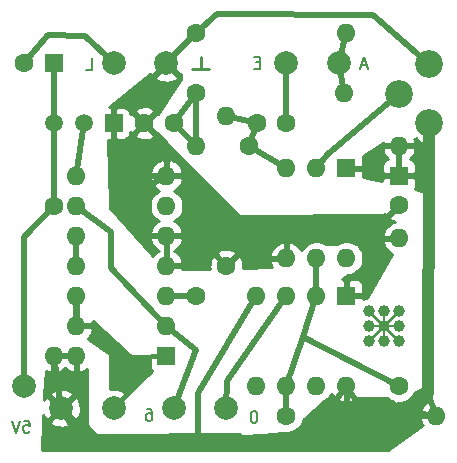
<source format=gbr>
%TF.GenerationSoftware,KiCad,Pcbnew,5.1.10*%
%TF.CreationDate,2021-12-06T21:23:56+01:00*%
%TF.ProjectId,Magnetbandanschluss,4d61676e-6574-4626-916e-64616e736368,rev?*%
%TF.SameCoordinates,Original*%
%TF.FileFunction,Copper,L2,Bot*%
%TF.FilePolarity,Positive*%
%FSLAX46Y46*%
G04 Gerber Fmt 4.6, Leading zero omitted, Abs format (unit mm)*
G04 Created by KiCad (PCBNEW 5.1.10) date 2021-12-06 21:23:56*
%MOMM*%
%LPD*%
G01*
G04 APERTURE LIST*
%TA.AperFunction,NonConductor*%
%ADD10C,0.150000*%
%TD*%
%TA.AperFunction,NonConductor*%
%ADD11C,0.250000*%
%TD*%
%TA.AperFunction,ComponentPad*%
%ADD12C,2.000000*%
%TD*%
%TA.AperFunction,SMDPad,CuDef*%
%ADD13C,0.100000*%
%TD*%
%TA.AperFunction,SMDPad,CuDef*%
%ADD14R,2.540000X0.250000*%
%TD*%
%TA.AperFunction,SMDPad,CuDef*%
%ADD15R,0.250000X2.540000*%
%TD*%
%TA.AperFunction,SMDPad,CuDef*%
%ADD16C,1.000000*%
%TD*%
%TA.AperFunction,ComponentPad*%
%ADD17O,1.600000X1.600000*%
%TD*%
%TA.AperFunction,ComponentPad*%
%ADD18C,1.600000*%
%TD*%
%TA.AperFunction,ComponentPad*%
%ADD19C,2.340000*%
%TD*%
%TA.AperFunction,ComponentPad*%
%ADD20R,1.500000X1.500000*%
%TD*%
%TA.AperFunction,ComponentPad*%
%ADD21C,1.500000*%
%TD*%
%TA.AperFunction,ComponentPad*%
%ADD22R,1.600000X1.600000*%
%TD*%
%TA.AperFunction,Conductor*%
%ADD23C,0.500000*%
%TD*%
%TA.AperFunction,Conductor*%
%ADD24C,1.000000*%
%TD*%
%TA.AperFunction,Conductor*%
%ADD25C,0.254000*%
%TD*%
%TA.AperFunction,Conductor*%
%ADD26C,0.100000*%
%TD*%
G04 APERTURE END LIST*
D10*
X98390476Y-155352380D02*
X98866666Y-155352380D01*
X98914285Y-155828571D01*
X98866666Y-155780952D01*
X98771428Y-155733333D01*
X98533333Y-155733333D01*
X98438095Y-155780952D01*
X98390476Y-155828571D01*
X98342857Y-155923809D01*
X98342857Y-156161904D01*
X98390476Y-156257142D01*
X98438095Y-156304761D01*
X98533333Y-156352380D01*
X98771428Y-156352380D01*
X98866666Y-156304761D01*
X98914285Y-156257142D01*
X98057142Y-155352380D02*
X97723809Y-156352380D01*
X97390476Y-155352380D01*
X108809523Y-154352380D02*
X109000000Y-154352380D01*
X109095238Y-154400000D01*
X109142857Y-154447619D01*
X109238095Y-154590476D01*
X109285714Y-154780952D01*
X109285714Y-155161904D01*
X109238095Y-155257142D01*
X109190476Y-155304761D01*
X109095238Y-155352380D01*
X108904761Y-155352380D01*
X108809523Y-155304761D01*
X108761904Y-155257142D01*
X108714285Y-155161904D01*
X108714285Y-154923809D01*
X108761904Y-154828571D01*
X108809523Y-154780952D01*
X108904761Y-154733333D01*
X109095238Y-154733333D01*
X109190476Y-154780952D01*
X109238095Y-154828571D01*
X109285714Y-154923809D01*
X117947619Y-154552380D02*
X117852380Y-154552380D01*
X117757142Y-154600000D01*
X117709523Y-154647619D01*
X117661904Y-154742857D01*
X117614285Y-154933333D01*
X117614285Y-155171428D01*
X117661904Y-155361904D01*
X117709523Y-155457142D01*
X117757142Y-155504761D01*
X117852380Y-155552380D01*
X117947619Y-155552380D01*
X118042857Y-155504761D01*
X118090476Y-155457142D01*
X118138095Y-155361904D01*
X118185714Y-155171428D01*
X118185714Y-154933333D01*
X118138095Y-154742857D01*
X118090476Y-154647619D01*
X118042857Y-154600000D01*
X117947619Y-154552380D01*
X103690476Y-125652380D02*
X104166666Y-125652380D01*
X104166666Y-124652380D01*
D11*
X112685714Y-125547619D02*
X114114285Y-125547619D01*
X113400000Y-124547619D02*
X113400000Y-125547619D01*
D10*
X118414285Y-125023571D02*
X118080952Y-125023571D01*
X117938095Y-125547380D02*
X118414285Y-125547380D01*
X118414285Y-124547380D01*
X117938095Y-124547380D01*
X127438095Y-125261666D02*
X126961904Y-125261666D01*
X127533333Y-125547380D02*
X127200000Y-124547380D01*
X126866666Y-125547380D01*
D12*
%TO.P,TP4,1*%
%TO.N,Net-(C18-Pad1)*%
X98425000Y-152400000D03*
%TD*%
%TA.AperFunction,SMDPad,CuDef*%
D13*
%TO.P,REF\u002A\u002A,2*%
%TO.N,N/C*%
G36*
X127720596Y-145958819D02*
G01*
X130266181Y-148504404D01*
X130089404Y-148681181D01*
X127543819Y-146135596D01*
X127720596Y-145958819D01*
G37*
%TD.AperFunction*%
%TA.AperFunction,SMDPad,CuDef*%
G36*
X127543819Y-148504404D02*
G01*
X130089404Y-145958819D01*
X130266181Y-146135596D01*
X127720596Y-148681181D01*
X127543819Y-148504404D01*
G37*
%TD.AperFunction*%
D14*
X128905000Y-147320000D03*
D15*
X128905000Y-147320000D03*
D16*
%TO.P,REF\u002A\u002A,1*%
X127635000Y-147320000D03*
X127635000Y-146050000D03*
X128905000Y-146050000D03*
X130175000Y-146050000D03*
X130175000Y-147320000D03*
X130175000Y-148590000D03*
X128905000Y-148590000D03*
X127635000Y-148590000D03*
X128905000Y-147320000D03*
%TD*%
D12*
%TO.P,TP3,1*%
%TO.N,Net-(C18-Pad2)*%
X106045000Y-125095000D03*
%TD*%
%TO.P,TP2,1*%
%TO.N,/A*%
X125095000Y-125095000D03*
%TD*%
%TO.P,TP1,1*%
%TO.N,/E*%
X120650000Y-125095000D03*
%TD*%
%TO.P,X12,1*%
%TO.N,/P30*%
X115570000Y-154305000D03*
%TD*%
%TO.P,X4,1*%
%TO.N,GND*%
X110490000Y-125095000D03*
%TD*%
%TO.P,X3,1*%
%TO.N,/P36*%
X111125000Y-154305000D03*
%TD*%
%TO.P,X2,1*%
%TO.N,/P37*%
X106045000Y-154305000D03*
%TD*%
%TO.P,X1,1*%
%TO.N,+5P*%
X101600000Y-154305000D03*
%TD*%
D17*
%TO.P,R18,2*%
%TO.N,Net-(C16-Pad2)*%
X115570000Y-129540000D03*
D18*
%TO.P,R18,1*%
%TO.N,GND*%
X115570000Y-142240000D03*
%TD*%
D17*
%TO.P,R17,2*%
%TO.N,+5P*%
X130175000Y-132080000D03*
D18*
%TO.P,R17,1*%
%TO.N,Net-(C16-Pad2)*%
X117475000Y-132080000D03*
%TD*%
D19*
%TO.P,R16,1*%
%TO.N,+5P*%
X132715000Y-130175000D03*
%TO.P,R16,2*%
%TO.N,Net-(R16-Pad2)*%
X130215000Y-127675000D03*
%TO.P,R16,3*%
%TO.N,GND*%
X132715000Y-125175000D03*
%TD*%
D18*
%TO.P,C16,2*%
%TO.N,Net-(C16-Pad2)*%
X118150000Y-130175000D03*
%TO.P,C16,1*%
%TO.N,/E*%
X120650000Y-130175000D03*
%TD*%
D17*
%TO.P,R19,2*%
%TO.N,/A*%
X125730000Y-122555000D03*
D18*
%TO.P,R19,1*%
%TO.N,GND*%
X113030000Y-122555000D03*
%TD*%
D17*
%TO.P,C14,2*%
%TO.N,/A*%
X125530000Y-127635000D03*
D18*
%TO.P,C14,1*%
%TO.N,Net-(C13-Pad1)*%
X113030000Y-127635000D03*
%TD*%
%TO.P,C13,2*%
%TO.N,GND*%
X108625000Y-130175000D03*
%TO.P,C13,1*%
%TO.N,Net-(C13-Pad1)*%
X111125000Y-130175000D03*
%TD*%
D17*
%TO.P,R13,2*%
%TO.N,+5P*%
X100965000Y-149860000D03*
D18*
%TO.P,R13,1*%
%TO.N,Net-(C18-Pad1)*%
X100965000Y-137160000D03*
%TD*%
D20*
%TO.P,T1,1*%
%TO.N,GND*%
X106045000Y-130175000D03*
D21*
%TO.P,T1,3*%
%TO.N,Net-(C18-Pad1)*%
X100965000Y-130175000D03*
%TO.P,T1,2*%
%TO.N,Net-(T1-Pad2)*%
X103505000Y-130175000D03*
%TD*%
D18*
%TO.P,C17,2*%
%TO.N,GND*%
X130175000Y-137120000D03*
D22*
%TO.P,C17,1*%
%TO.N,+5P*%
X130175000Y-134620000D03*
%TD*%
D17*
%TO.P,C15,2*%
%TO.N,GND*%
X130175000Y-139900000D03*
D18*
%TO.P,C15,1*%
%TO.N,Net-(C15-Pad1)*%
X130175000Y-152400000D03*
%TD*%
D17*
%TO.P,R14,2*%
%TO.N,Net-(C13-Pad1)*%
X113030000Y-132080000D03*
D18*
%TO.P,R14,1*%
%TO.N,Net-(R14-Pad1)*%
X113030000Y-144780000D03*
%TD*%
D17*
%TO.P,R15,2*%
%TO.N,+5P*%
X133350000Y-154940000D03*
D18*
%TO.P,R15,1*%
%TO.N,Net-(C15-Pad1)*%
X120650000Y-154940000D03*
%TD*%
D17*
%TO.P,U18,6*%
%TO.N,Net-(U18-Pad6)*%
X125730000Y-141605000D03*
%TO.P,U18,3*%
%TO.N,Net-(C16-Pad2)*%
X120650000Y-133985000D03*
%TO.P,U18,5*%
%TO.N,Net-(C15-Pad1)*%
X123190000Y-141605000D03*
%TO.P,U18,2*%
%TO.N,Net-(R16-Pad2)*%
X123190000Y-133985000D03*
%TO.P,U18,4*%
%TO.N,GND*%
X120650000Y-141605000D03*
D22*
%TO.P,U18,1*%
%TO.N,+5P*%
X125730000Y-133985000D03*
%TD*%
D17*
%TO.P,U17,8*%
%TO.N,+5P*%
X125730000Y-152400000D03*
%TO.P,U17,4*%
X118110000Y-144780000D03*
%TO.P,U17,7*%
%TO.N,Net-(U17-Pad7)*%
X123190000Y-152400000D03*
%TO.P,U17,3*%
%TO.N,/P30*%
X120650000Y-144780000D03*
%TO.P,U17,6*%
%TO.N,Net-(C15-Pad1)*%
X120650000Y-152400000D03*
%TO.P,U17,2*%
X123190000Y-144780000D03*
%TO.P,U17,5*%
%TO.N,Net-(U17-Pad5)*%
X118110000Y-152400000D03*
D22*
%TO.P,U17,1*%
%TO.N,GND*%
X125730000Y-144780000D03*
%TD*%
D17*
%TO.P,U16,14*%
%TO.N,+5P*%
X102870000Y-149860000D03*
%TO.P,U16,7*%
%TO.N,GND*%
X110490000Y-134620000D03*
%TO.P,U16,13*%
%TO.N,/P37*%
X102870000Y-147320000D03*
%TO.P,U16,6*%
%TO.N,Net-(U16-Pad6)*%
X110490000Y-137160000D03*
%TO.P,U16,12*%
%TO.N,/P37*%
X102870000Y-144780000D03*
%TO.P,U16,5*%
%TO.N,GND*%
X110490000Y-139700000D03*
%TO.P,U16,11*%
%TO.N,Net-(U16-Pad10)*%
X102870000Y-142240000D03*
%TO.P,U16,4*%
%TO.N,GND*%
X110490000Y-142240000D03*
%TO.P,U16,10*%
%TO.N,Net-(U16-Pad10)*%
X102870000Y-139700000D03*
%TO.P,U16,3*%
%TO.N,Net-(R14-Pad1)*%
X110490000Y-144780000D03*
%TO.P,U16,9*%
%TO.N,/P36*%
X102870000Y-137160000D03*
%TO.P,U16,2*%
X110490000Y-147320000D03*
%TO.P,U16,8*%
%TO.N,Net-(T1-Pad2)*%
X102870000Y-134620000D03*
D22*
%TO.P,U16,1*%
%TO.N,/P37*%
X110490000Y-149860000D03*
%TD*%
D18*
%TO.P,C18,2*%
%TO.N,Net-(C18-Pad2)*%
X98465000Y-125095000D03*
D22*
%TO.P,C18,1*%
%TO.N,Net-(C18-Pad1)*%
X100965000Y-125095000D03*
%TD*%
D23*
%TO.N,GND*%
X132715000Y-125175000D02*
X128000000Y-121000000D01*
X128000000Y-121000000D02*
X114800000Y-120900000D01*
X114800000Y-120900000D02*
X113030000Y-122555000D01*
X113030000Y-122555000D02*
X110490000Y-125095000D01*
X106600000Y-136800000D02*
X110490000Y-134620000D01*
%TO.N,Net-(C13-Pad1)*%
X113030000Y-127635000D02*
X113030000Y-132080000D01*
X113030000Y-132080000D02*
X111125000Y-130175000D01*
X113030000Y-127635000D02*
X111125000Y-130175000D01*
%TO.N,/A*%
X125095000Y-125095000D02*
X125530000Y-127635000D01*
X125730000Y-122555000D02*
X125095000Y-125095000D01*
%TO.N,Net-(C15-Pad1)*%
X120650000Y-154940000D02*
X120650000Y-152400000D01*
X122037500Y-148237500D02*
X123190000Y-144780000D01*
X130175000Y-152400000D02*
X122037500Y-148237500D01*
X120650000Y-152400000D02*
X122037500Y-148237500D01*
X123190000Y-144780000D02*
X123190000Y-141605000D01*
%TO.N,Net-(C16-Pad2)*%
X115570000Y-129540000D02*
X118150000Y-130175000D01*
X118150000Y-130175000D02*
X117475000Y-132080000D01*
X117475000Y-132080000D02*
X120650000Y-133985000D01*
%TO.N,/E*%
X120650000Y-125095000D02*
X120650000Y-130175000D01*
%TO.N,+5P*%
X102870000Y-149860000D02*
X100965000Y-149860000D01*
X101600000Y-154305000D02*
X100965000Y-149860000D01*
X118110000Y-144780000D02*
X113200000Y-153000000D01*
X113200000Y-153000000D02*
X113200000Y-157000000D01*
X103200000Y-157000000D02*
X101600000Y-154305000D01*
X125730000Y-152400000D02*
X122800000Y-156600000D01*
X122800000Y-156600000D02*
X112800000Y-157000000D01*
X112800000Y-157000000D02*
X103200000Y-157000000D01*
X113200000Y-157000000D02*
X112800000Y-157000000D01*
X125730000Y-152400000D02*
X126800000Y-154000000D01*
X126800000Y-154000000D02*
X133350000Y-154940000D01*
X132600000Y-153000000D02*
X133350000Y-154940000D01*
X130175000Y-132080000D02*
X132705274Y-132105274D01*
D24*
X132705274Y-132105274D02*
X132600000Y-153000000D01*
X132715000Y-130175000D02*
X132705274Y-132105274D01*
D23*
%TO.N,Net-(C18-Pad1)*%
X100965000Y-125095000D02*
X100965000Y-130175000D01*
X100965000Y-130175000D02*
X100965000Y-137160000D01*
X98400000Y-139800000D02*
X98425000Y-152400000D01*
X100965000Y-137160000D02*
X98400000Y-139800000D01*
%TO.N,Net-(R14-Pad1)*%
X110490000Y-144780000D02*
X113030000Y-144780000D01*
%TO.N,Net-(T1-Pad2)*%
X103505000Y-130175000D02*
X102870000Y-134620000D01*
%TO.N,/P37*%
X102870000Y-144780000D02*
X102870000Y-147320000D01*
%TO.N,Net-(U16-Pad10)*%
X102870000Y-139700000D02*
X102870000Y-142240000D01*
%TO.N,/P36*%
X102870000Y-137160000D02*
X105800000Y-139400000D01*
X105800000Y-139400000D02*
X105800000Y-142400000D01*
X105800000Y-142400000D02*
X110490000Y-147320000D01*
X110490000Y-147320000D02*
X113000000Y-149400000D01*
X113000000Y-149400000D02*
X111125000Y-154305000D01*
%TO.N,/P30*%
X115570000Y-154305000D02*
X115600000Y-152000000D01*
X115600000Y-152000000D02*
X120650000Y-144780000D01*
%TO.N,Net-(R16-Pad2)*%
X123190000Y-133985000D02*
X124200000Y-132800000D01*
X124200000Y-132800000D02*
X130215000Y-127675000D01*
%TO.N,Net-(C18-Pad2)*%
X100500000Y-122700000D02*
X98465000Y-125095000D01*
X103600000Y-122800000D02*
X100500000Y-122700000D01*
X106045000Y-125095000D02*
X103600000Y-122800000D01*
%TD*%
D25*
%TO.N,GND*%
X110407754Y-125356851D02*
X109534192Y-126230413D01*
X109629956Y-126494814D01*
X109919571Y-126635704D01*
X110231108Y-126717384D01*
X110552595Y-126736718D01*
X110871675Y-126692961D01*
X111176088Y-126587795D01*
X111350044Y-126494814D01*
X111445808Y-126230413D01*
X110644211Y-125428816D01*
X111160576Y-125585971D01*
X111625413Y-126050808D01*
X111687619Y-126028277D01*
X111687619Y-126417500D01*
X111745661Y-126417500D01*
X109792038Y-129413055D01*
X109617702Y-129361903D01*
X108804605Y-130175000D01*
X109617702Y-130988097D01*
X109682954Y-130968951D01*
X116609597Y-137989198D01*
X116628735Y-138005121D01*
X116650613Y-138017004D01*
X116674388Y-138024391D01*
X116701050Y-138026996D01*
X128801050Y-137926996D01*
X128825805Y-137924351D01*
X128849569Y-137916927D01*
X128871428Y-137905010D01*
X128890542Y-137889057D01*
X128904042Y-137872830D01*
X128926913Y-137840157D01*
X128938329Y-137861514D01*
X129182298Y-137933097D01*
X129995395Y-137120000D01*
X129981253Y-137105858D01*
X130160110Y-136927000D01*
X130161605Y-136927000D01*
X130175000Y-136940395D01*
X130188395Y-136927000D01*
X130189890Y-136927000D01*
X130368748Y-137105858D01*
X130354605Y-137120000D01*
X130368748Y-137134143D01*
X130189143Y-137313748D01*
X130175000Y-137299605D01*
X129361903Y-138112702D01*
X129433486Y-138356671D01*
X129688996Y-138477571D01*
X129819089Y-138510180D01*
X129691913Y-138548754D01*
X129437580Y-138668963D01*
X129211586Y-138836481D01*
X129022615Y-139044869D01*
X128877930Y-139286119D01*
X128783091Y-139550960D01*
X128904376Y-139773000D01*
X130048000Y-139773000D01*
X130048000Y-139753000D01*
X130302000Y-139753000D01*
X130302000Y-139773000D01*
X130322000Y-139773000D01*
X130322000Y-139953636D01*
X130267789Y-140047000D01*
X130048000Y-140047000D01*
X130048000Y-140027000D01*
X128904376Y-140027000D01*
X128783091Y-140249040D01*
X128877930Y-140513881D01*
X129022615Y-140755131D01*
X129211586Y-140963519D01*
X129437580Y-141131037D01*
X129595115Y-141205495D01*
X127430501Y-144933441D01*
X127303933Y-144958617D01*
X127129938Y-145030688D01*
X127006250Y-144907000D01*
X125886606Y-144907000D01*
X125603000Y-144623394D01*
X125603000Y-143503750D01*
X125857000Y-143503750D01*
X125857000Y-144653000D01*
X127006250Y-144653000D01*
X127165000Y-144494250D01*
X127168072Y-143980000D01*
X127155812Y-143855518D01*
X127119502Y-143735820D01*
X127060537Y-143625506D01*
X126981185Y-143528815D01*
X126884494Y-143449463D01*
X126774180Y-143390498D01*
X126654482Y-143354188D01*
X126530000Y-143341928D01*
X126015750Y-143345000D01*
X125857000Y-143503750D01*
X125603000Y-143503750D01*
X125444250Y-143345000D01*
X125322526Y-143344273D01*
X125818378Y-143040000D01*
X125871335Y-143040000D01*
X126148574Y-142984853D01*
X126409727Y-142876680D01*
X126644759Y-142719637D01*
X126844637Y-142519759D01*
X127001680Y-142284727D01*
X127109853Y-142023574D01*
X127165000Y-141746335D01*
X127165000Y-141463665D01*
X127109853Y-141186426D01*
X127001680Y-140925273D01*
X126844637Y-140690241D01*
X126827000Y-140672604D01*
X126827000Y-140500000D01*
X126824560Y-140475224D01*
X126817333Y-140451399D01*
X126805597Y-140429443D01*
X126789803Y-140410197D01*
X126770557Y-140394403D01*
X126748601Y-140382667D01*
X126724776Y-140375440D01*
X126700000Y-140373000D01*
X126469112Y-140373000D01*
X126409727Y-140333320D01*
X126148574Y-140225147D01*
X125871335Y-140170000D01*
X125588665Y-140170000D01*
X125311426Y-140225147D01*
X125050273Y-140333320D01*
X124990888Y-140373000D01*
X123929112Y-140373000D01*
X123869727Y-140333320D01*
X123608574Y-140225147D01*
X123331335Y-140170000D01*
X123048665Y-140170000D01*
X122771426Y-140225147D01*
X122510273Y-140333320D01*
X122275241Y-140490363D01*
X122075363Y-140690241D01*
X121918320Y-140925273D01*
X121913933Y-140935865D01*
X121802385Y-140749869D01*
X121613414Y-140541481D01*
X121387420Y-140373963D01*
X121133087Y-140253754D01*
X120999039Y-140213096D01*
X120777000Y-140335085D01*
X120777000Y-141478000D01*
X120797000Y-141478000D01*
X120797000Y-141732000D01*
X120777000Y-141732000D01*
X120777000Y-141752000D01*
X120523000Y-141752000D01*
X120523000Y-141732000D01*
X119379376Y-141732000D01*
X119258091Y-141954040D01*
X119352930Y-142218881D01*
X119417226Y-142326090D01*
X116997911Y-142419140D01*
X117010217Y-142169488D01*
X116968787Y-141889870D01*
X116873603Y-141623708D01*
X116806671Y-141498486D01*
X116562702Y-141426903D01*
X115749605Y-142240000D01*
X115763748Y-142254143D01*
X115584143Y-142433748D01*
X115570000Y-142419605D01*
X115555858Y-142433748D01*
X115376253Y-142254143D01*
X115390395Y-142240000D01*
X114577298Y-141426903D01*
X114333329Y-141498486D01*
X114212429Y-141753996D01*
X114143700Y-142028184D01*
X114129783Y-142310512D01*
X114153858Y-142473000D01*
X111818152Y-142473000D01*
X111759915Y-142367000D01*
X110617000Y-142367000D01*
X110617000Y-142387000D01*
X110363000Y-142387000D01*
X110363000Y-142367000D01*
X110343000Y-142367000D01*
X110343000Y-142113000D01*
X110363000Y-142113000D01*
X110363000Y-139827000D01*
X110617000Y-139827000D01*
X110617000Y-142113000D01*
X111759915Y-142113000D01*
X111881904Y-141890961D01*
X111841246Y-141756913D01*
X111721037Y-141502580D01*
X111553519Y-141276586D01*
X111521222Y-141247298D01*
X114756903Y-141247298D01*
X115570000Y-142060395D01*
X116374435Y-141255960D01*
X119258091Y-141255960D01*
X119379376Y-141478000D01*
X120523000Y-141478000D01*
X120523000Y-140335085D01*
X120300961Y-140213096D01*
X120166913Y-140253754D01*
X119912580Y-140373963D01*
X119686586Y-140541481D01*
X119497615Y-140749869D01*
X119352930Y-140991119D01*
X119258091Y-141255960D01*
X116374435Y-141255960D01*
X116383097Y-141247298D01*
X116311514Y-141003329D01*
X116056004Y-140882429D01*
X115781816Y-140813700D01*
X115499488Y-140799783D01*
X115219870Y-140841213D01*
X114953708Y-140936397D01*
X114828486Y-141003329D01*
X114756903Y-141247298D01*
X111521222Y-141247298D01*
X111345131Y-141087615D01*
X111149018Y-140970000D01*
X111345131Y-140852385D01*
X111553519Y-140663414D01*
X111721037Y-140437420D01*
X111841246Y-140183087D01*
X111881904Y-140049039D01*
X111759915Y-139827000D01*
X110617000Y-139827000D01*
X110363000Y-139827000D01*
X109220085Y-139827000D01*
X109098096Y-140049039D01*
X109138754Y-140183087D01*
X109258963Y-140437420D01*
X109426481Y-140663414D01*
X109634869Y-140852385D01*
X109830982Y-140970000D01*
X109634869Y-141087615D01*
X109426481Y-141276586D01*
X109358238Y-141368651D01*
X105725287Y-137349215D01*
X105713621Y-137018665D01*
X109055000Y-137018665D01*
X109055000Y-137301335D01*
X109110147Y-137578574D01*
X109218320Y-137839727D01*
X109375363Y-138074759D01*
X109575241Y-138274637D01*
X109810273Y-138431680D01*
X109820865Y-138436067D01*
X109634869Y-138547615D01*
X109426481Y-138736586D01*
X109258963Y-138962580D01*
X109138754Y-139216913D01*
X109098096Y-139350961D01*
X109220085Y-139573000D01*
X110363000Y-139573000D01*
X110363000Y-139553000D01*
X110617000Y-139553000D01*
X110617000Y-139573000D01*
X111759915Y-139573000D01*
X111881904Y-139350961D01*
X111841246Y-139216913D01*
X111721037Y-138962580D01*
X111553519Y-138736586D01*
X111345131Y-138547615D01*
X111159135Y-138436067D01*
X111169727Y-138431680D01*
X111404759Y-138274637D01*
X111604637Y-138074759D01*
X111761680Y-137839727D01*
X111869853Y-137578574D01*
X111925000Y-137301335D01*
X111925000Y-137018665D01*
X111869853Y-136741426D01*
X111761680Y-136480273D01*
X111604637Y-136245241D01*
X111404759Y-136045363D01*
X111169727Y-135888320D01*
X111159135Y-135883933D01*
X111345131Y-135772385D01*
X111553519Y-135583414D01*
X111721037Y-135357420D01*
X111841246Y-135103087D01*
X111881904Y-134969039D01*
X111759915Y-134747000D01*
X110617000Y-134747000D01*
X110617000Y-134767000D01*
X110363000Y-134767000D01*
X110363000Y-134747000D01*
X109220085Y-134747000D01*
X109098096Y-134969039D01*
X109138754Y-135103087D01*
X109258963Y-135357420D01*
X109426481Y-135583414D01*
X109634869Y-135772385D01*
X109820865Y-135883933D01*
X109810273Y-135888320D01*
X109575241Y-136045363D01*
X109375363Y-136245241D01*
X109218320Y-136480273D01*
X109110147Y-136741426D01*
X109055000Y-137018665D01*
X105713621Y-137018665D01*
X105616643Y-134270961D01*
X109098096Y-134270961D01*
X109220085Y-134493000D01*
X110363000Y-134493000D01*
X110363000Y-133349376D01*
X110617000Y-133349376D01*
X110617000Y-134493000D01*
X111759915Y-134493000D01*
X111881904Y-134270961D01*
X111841246Y-134136913D01*
X111721037Y-133882580D01*
X111553519Y-133656586D01*
X111345131Y-133467615D01*
X111103881Y-133322930D01*
X110839040Y-133228091D01*
X110617000Y-133349376D01*
X110363000Y-133349376D01*
X110140960Y-133228091D01*
X109876119Y-133322930D01*
X109634869Y-133467615D01*
X109426481Y-133656586D01*
X109258963Y-133882580D01*
X109138754Y-134136913D01*
X109098096Y-134270961D01*
X105616643Y-134270961D01*
X105521017Y-131561576D01*
X105759250Y-131560000D01*
X105918000Y-131401250D01*
X105918000Y-130302000D01*
X105898000Y-130302000D01*
X105898000Y-130048000D01*
X105918000Y-130048000D01*
X105918000Y-128948750D01*
X106172000Y-128948750D01*
X106172000Y-130048000D01*
X106192000Y-130048000D01*
X106192000Y-130302000D01*
X106172000Y-130302000D01*
X106172000Y-131401250D01*
X106330750Y-131560000D01*
X106795000Y-131563072D01*
X106919482Y-131550812D01*
X107039180Y-131514502D01*
X107149494Y-131455537D01*
X107246185Y-131376185D01*
X107325537Y-131279494D01*
X107384502Y-131169180D01*
X107384950Y-131167702D01*
X107811903Y-131167702D01*
X107883486Y-131411671D01*
X108138996Y-131532571D01*
X108413184Y-131601300D01*
X108695512Y-131615217D01*
X108975130Y-131573787D01*
X109241292Y-131478603D01*
X109366514Y-131411671D01*
X109438097Y-131167702D01*
X108625000Y-130354605D01*
X107811903Y-131167702D01*
X107384950Y-131167702D01*
X107420812Y-131049482D01*
X107432628Y-130929512D01*
X107632298Y-130988097D01*
X108445395Y-130175000D01*
X107632298Y-129361903D01*
X107432628Y-129420488D01*
X107420812Y-129300518D01*
X107384951Y-129182298D01*
X107811903Y-129182298D01*
X108625000Y-129995395D01*
X109438097Y-129182298D01*
X109366514Y-128938329D01*
X109111004Y-128817429D01*
X108836816Y-128748700D01*
X108554488Y-128734783D01*
X108274870Y-128776213D01*
X108008708Y-128871397D01*
X107883486Y-128938329D01*
X107811903Y-129182298D01*
X107384951Y-129182298D01*
X107384502Y-129180820D01*
X107325537Y-129070506D01*
X107246185Y-128973815D01*
X107149494Y-128894463D01*
X107039180Y-128835498D01*
X106919482Y-128799188D01*
X106795000Y-128786928D01*
X106330750Y-128790000D01*
X106172000Y-128948750D01*
X105918000Y-128948750D01*
X105759250Y-128790000D01*
X105639035Y-128789205D01*
X109127657Y-125968616D01*
X109354587Y-126050808D01*
X110132360Y-125273035D01*
X110407754Y-125356851D01*
%TA.AperFunction,Conductor*%
D26*
G36*
X110407754Y-125356851D02*
G01*
X109534192Y-126230413D01*
X109629956Y-126494814D01*
X109919571Y-126635704D01*
X110231108Y-126717384D01*
X110552595Y-126736718D01*
X110871675Y-126692961D01*
X111176088Y-126587795D01*
X111350044Y-126494814D01*
X111445808Y-126230413D01*
X110644211Y-125428816D01*
X111160576Y-125585971D01*
X111625413Y-126050808D01*
X111687619Y-126028277D01*
X111687619Y-126417500D01*
X111745661Y-126417500D01*
X109792038Y-129413055D01*
X109617702Y-129361903D01*
X108804605Y-130175000D01*
X109617702Y-130988097D01*
X109682954Y-130968951D01*
X116609597Y-137989198D01*
X116628735Y-138005121D01*
X116650613Y-138017004D01*
X116674388Y-138024391D01*
X116701050Y-138026996D01*
X128801050Y-137926996D01*
X128825805Y-137924351D01*
X128849569Y-137916927D01*
X128871428Y-137905010D01*
X128890542Y-137889057D01*
X128904042Y-137872830D01*
X128926913Y-137840157D01*
X128938329Y-137861514D01*
X129182298Y-137933097D01*
X129995395Y-137120000D01*
X129981253Y-137105858D01*
X130160110Y-136927000D01*
X130161605Y-136927000D01*
X130175000Y-136940395D01*
X130188395Y-136927000D01*
X130189890Y-136927000D01*
X130368748Y-137105858D01*
X130354605Y-137120000D01*
X130368748Y-137134143D01*
X130189143Y-137313748D01*
X130175000Y-137299605D01*
X129361903Y-138112702D01*
X129433486Y-138356671D01*
X129688996Y-138477571D01*
X129819089Y-138510180D01*
X129691913Y-138548754D01*
X129437580Y-138668963D01*
X129211586Y-138836481D01*
X129022615Y-139044869D01*
X128877930Y-139286119D01*
X128783091Y-139550960D01*
X128904376Y-139773000D01*
X130048000Y-139773000D01*
X130048000Y-139753000D01*
X130302000Y-139753000D01*
X130302000Y-139773000D01*
X130322000Y-139773000D01*
X130322000Y-139953636D01*
X130267789Y-140047000D01*
X130048000Y-140047000D01*
X130048000Y-140027000D01*
X128904376Y-140027000D01*
X128783091Y-140249040D01*
X128877930Y-140513881D01*
X129022615Y-140755131D01*
X129211586Y-140963519D01*
X129437580Y-141131037D01*
X129595115Y-141205495D01*
X127430501Y-144933441D01*
X127303933Y-144958617D01*
X127129938Y-145030688D01*
X127006250Y-144907000D01*
X125886606Y-144907000D01*
X125603000Y-144623394D01*
X125603000Y-143503750D01*
X125857000Y-143503750D01*
X125857000Y-144653000D01*
X127006250Y-144653000D01*
X127165000Y-144494250D01*
X127168072Y-143980000D01*
X127155812Y-143855518D01*
X127119502Y-143735820D01*
X127060537Y-143625506D01*
X126981185Y-143528815D01*
X126884494Y-143449463D01*
X126774180Y-143390498D01*
X126654482Y-143354188D01*
X126530000Y-143341928D01*
X126015750Y-143345000D01*
X125857000Y-143503750D01*
X125603000Y-143503750D01*
X125444250Y-143345000D01*
X125322526Y-143344273D01*
X125818378Y-143040000D01*
X125871335Y-143040000D01*
X126148574Y-142984853D01*
X126409727Y-142876680D01*
X126644759Y-142719637D01*
X126844637Y-142519759D01*
X127001680Y-142284727D01*
X127109853Y-142023574D01*
X127165000Y-141746335D01*
X127165000Y-141463665D01*
X127109853Y-141186426D01*
X127001680Y-140925273D01*
X126844637Y-140690241D01*
X126827000Y-140672604D01*
X126827000Y-140500000D01*
X126824560Y-140475224D01*
X126817333Y-140451399D01*
X126805597Y-140429443D01*
X126789803Y-140410197D01*
X126770557Y-140394403D01*
X126748601Y-140382667D01*
X126724776Y-140375440D01*
X126700000Y-140373000D01*
X126469112Y-140373000D01*
X126409727Y-140333320D01*
X126148574Y-140225147D01*
X125871335Y-140170000D01*
X125588665Y-140170000D01*
X125311426Y-140225147D01*
X125050273Y-140333320D01*
X124990888Y-140373000D01*
X123929112Y-140373000D01*
X123869727Y-140333320D01*
X123608574Y-140225147D01*
X123331335Y-140170000D01*
X123048665Y-140170000D01*
X122771426Y-140225147D01*
X122510273Y-140333320D01*
X122275241Y-140490363D01*
X122075363Y-140690241D01*
X121918320Y-140925273D01*
X121913933Y-140935865D01*
X121802385Y-140749869D01*
X121613414Y-140541481D01*
X121387420Y-140373963D01*
X121133087Y-140253754D01*
X120999039Y-140213096D01*
X120777000Y-140335085D01*
X120777000Y-141478000D01*
X120797000Y-141478000D01*
X120797000Y-141732000D01*
X120777000Y-141732000D01*
X120777000Y-141752000D01*
X120523000Y-141752000D01*
X120523000Y-141732000D01*
X119379376Y-141732000D01*
X119258091Y-141954040D01*
X119352930Y-142218881D01*
X119417226Y-142326090D01*
X116997911Y-142419140D01*
X117010217Y-142169488D01*
X116968787Y-141889870D01*
X116873603Y-141623708D01*
X116806671Y-141498486D01*
X116562702Y-141426903D01*
X115749605Y-142240000D01*
X115763748Y-142254143D01*
X115584143Y-142433748D01*
X115570000Y-142419605D01*
X115555858Y-142433748D01*
X115376253Y-142254143D01*
X115390395Y-142240000D01*
X114577298Y-141426903D01*
X114333329Y-141498486D01*
X114212429Y-141753996D01*
X114143700Y-142028184D01*
X114129783Y-142310512D01*
X114153858Y-142473000D01*
X111818152Y-142473000D01*
X111759915Y-142367000D01*
X110617000Y-142367000D01*
X110617000Y-142387000D01*
X110363000Y-142387000D01*
X110363000Y-142367000D01*
X110343000Y-142367000D01*
X110343000Y-142113000D01*
X110363000Y-142113000D01*
X110363000Y-139827000D01*
X110617000Y-139827000D01*
X110617000Y-142113000D01*
X111759915Y-142113000D01*
X111881904Y-141890961D01*
X111841246Y-141756913D01*
X111721037Y-141502580D01*
X111553519Y-141276586D01*
X111521222Y-141247298D01*
X114756903Y-141247298D01*
X115570000Y-142060395D01*
X116374435Y-141255960D01*
X119258091Y-141255960D01*
X119379376Y-141478000D01*
X120523000Y-141478000D01*
X120523000Y-140335085D01*
X120300961Y-140213096D01*
X120166913Y-140253754D01*
X119912580Y-140373963D01*
X119686586Y-140541481D01*
X119497615Y-140749869D01*
X119352930Y-140991119D01*
X119258091Y-141255960D01*
X116374435Y-141255960D01*
X116383097Y-141247298D01*
X116311514Y-141003329D01*
X116056004Y-140882429D01*
X115781816Y-140813700D01*
X115499488Y-140799783D01*
X115219870Y-140841213D01*
X114953708Y-140936397D01*
X114828486Y-141003329D01*
X114756903Y-141247298D01*
X111521222Y-141247298D01*
X111345131Y-141087615D01*
X111149018Y-140970000D01*
X111345131Y-140852385D01*
X111553519Y-140663414D01*
X111721037Y-140437420D01*
X111841246Y-140183087D01*
X111881904Y-140049039D01*
X111759915Y-139827000D01*
X110617000Y-139827000D01*
X110363000Y-139827000D01*
X109220085Y-139827000D01*
X109098096Y-140049039D01*
X109138754Y-140183087D01*
X109258963Y-140437420D01*
X109426481Y-140663414D01*
X109634869Y-140852385D01*
X109830982Y-140970000D01*
X109634869Y-141087615D01*
X109426481Y-141276586D01*
X109358238Y-141368651D01*
X105725287Y-137349215D01*
X105713621Y-137018665D01*
X109055000Y-137018665D01*
X109055000Y-137301335D01*
X109110147Y-137578574D01*
X109218320Y-137839727D01*
X109375363Y-138074759D01*
X109575241Y-138274637D01*
X109810273Y-138431680D01*
X109820865Y-138436067D01*
X109634869Y-138547615D01*
X109426481Y-138736586D01*
X109258963Y-138962580D01*
X109138754Y-139216913D01*
X109098096Y-139350961D01*
X109220085Y-139573000D01*
X110363000Y-139573000D01*
X110363000Y-139553000D01*
X110617000Y-139553000D01*
X110617000Y-139573000D01*
X111759915Y-139573000D01*
X111881904Y-139350961D01*
X111841246Y-139216913D01*
X111721037Y-138962580D01*
X111553519Y-138736586D01*
X111345131Y-138547615D01*
X111159135Y-138436067D01*
X111169727Y-138431680D01*
X111404759Y-138274637D01*
X111604637Y-138074759D01*
X111761680Y-137839727D01*
X111869853Y-137578574D01*
X111925000Y-137301335D01*
X111925000Y-137018665D01*
X111869853Y-136741426D01*
X111761680Y-136480273D01*
X111604637Y-136245241D01*
X111404759Y-136045363D01*
X111169727Y-135888320D01*
X111159135Y-135883933D01*
X111345131Y-135772385D01*
X111553519Y-135583414D01*
X111721037Y-135357420D01*
X111841246Y-135103087D01*
X111881904Y-134969039D01*
X111759915Y-134747000D01*
X110617000Y-134747000D01*
X110617000Y-134767000D01*
X110363000Y-134767000D01*
X110363000Y-134747000D01*
X109220085Y-134747000D01*
X109098096Y-134969039D01*
X109138754Y-135103087D01*
X109258963Y-135357420D01*
X109426481Y-135583414D01*
X109634869Y-135772385D01*
X109820865Y-135883933D01*
X109810273Y-135888320D01*
X109575241Y-136045363D01*
X109375363Y-136245241D01*
X109218320Y-136480273D01*
X109110147Y-136741426D01*
X109055000Y-137018665D01*
X105713621Y-137018665D01*
X105616643Y-134270961D01*
X109098096Y-134270961D01*
X109220085Y-134493000D01*
X110363000Y-134493000D01*
X110363000Y-133349376D01*
X110617000Y-133349376D01*
X110617000Y-134493000D01*
X111759915Y-134493000D01*
X111881904Y-134270961D01*
X111841246Y-134136913D01*
X111721037Y-133882580D01*
X111553519Y-133656586D01*
X111345131Y-133467615D01*
X111103881Y-133322930D01*
X110839040Y-133228091D01*
X110617000Y-133349376D01*
X110363000Y-133349376D01*
X110140960Y-133228091D01*
X109876119Y-133322930D01*
X109634869Y-133467615D01*
X109426481Y-133656586D01*
X109258963Y-133882580D01*
X109138754Y-134136913D01*
X109098096Y-134270961D01*
X105616643Y-134270961D01*
X105521017Y-131561576D01*
X105759250Y-131560000D01*
X105918000Y-131401250D01*
X105918000Y-130302000D01*
X105898000Y-130302000D01*
X105898000Y-130048000D01*
X105918000Y-130048000D01*
X105918000Y-128948750D01*
X106172000Y-128948750D01*
X106172000Y-130048000D01*
X106192000Y-130048000D01*
X106192000Y-130302000D01*
X106172000Y-130302000D01*
X106172000Y-131401250D01*
X106330750Y-131560000D01*
X106795000Y-131563072D01*
X106919482Y-131550812D01*
X107039180Y-131514502D01*
X107149494Y-131455537D01*
X107246185Y-131376185D01*
X107325537Y-131279494D01*
X107384502Y-131169180D01*
X107384950Y-131167702D01*
X107811903Y-131167702D01*
X107883486Y-131411671D01*
X108138996Y-131532571D01*
X108413184Y-131601300D01*
X108695512Y-131615217D01*
X108975130Y-131573787D01*
X109241292Y-131478603D01*
X109366514Y-131411671D01*
X109438097Y-131167702D01*
X108625000Y-130354605D01*
X107811903Y-131167702D01*
X107384950Y-131167702D01*
X107420812Y-131049482D01*
X107432628Y-130929512D01*
X107632298Y-130988097D01*
X108445395Y-130175000D01*
X107632298Y-129361903D01*
X107432628Y-129420488D01*
X107420812Y-129300518D01*
X107384951Y-129182298D01*
X107811903Y-129182298D01*
X108625000Y-129995395D01*
X109438097Y-129182298D01*
X109366514Y-128938329D01*
X109111004Y-128817429D01*
X108836816Y-128748700D01*
X108554488Y-128734783D01*
X108274870Y-128776213D01*
X108008708Y-128871397D01*
X107883486Y-128938329D01*
X107811903Y-129182298D01*
X107384951Y-129182298D01*
X107384502Y-129180820D01*
X107325537Y-129070506D01*
X107246185Y-128973815D01*
X107149494Y-128894463D01*
X107039180Y-128835498D01*
X106919482Y-128799188D01*
X106795000Y-128786928D01*
X106330750Y-128790000D01*
X106172000Y-128948750D01*
X105918000Y-128948750D01*
X105759250Y-128790000D01*
X105639035Y-128789205D01*
X109127657Y-125968616D01*
X109354587Y-126050808D01*
X110132360Y-125273035D01*
X110407754Y-125356851D01*
G37*
%TD.AperFunction*%
%TD*%
D25*
%TO.N,+5P*%
X131754275Y-131713389D02*
X132072860Y-131871257D01*
X132416122Y-131963938D01*
X132610885Y-131977079D01*
X132670593Y-136037234D01*
X131517308Y-135752472D01*
X131564502Y-135664180D01*
X131600812Y-135544482D01*
X131613072Y-135420000D01*
X131610000Y-134905750D01*
X131451250Y-134747000D01*
X130302000Y-134747000D01*
X130302000Y-134767000D01*
X130048000Y-134767000D01*
X130048000Y-134747000D01*
X128898750Y-134747000D01*
X128740000Y-134905750D01*
X128739040Y-135066480D01*
X127167435Y-134678429D01*
X127165000Y-134270750D01*
X127006250Y-134112000D01*
X125857000Y-134112000D01*
X125857000Y-134132000D01*
X125603000Y-134132000D01*
X125603000Y-134112000D01*
X125583000Y-134112000D01*
X125583000Y-133858000D01*
X125603000Y-133858000D01*
X125603000Y-133838000D01*
X125857000Y-133838000D01*
X125857000Y-133858000D01*
X127006250Y-133858000D01*
X127044250Y-133820000D01*
X128736928Y-133820000D01*
X128740000Y-134334250D01*
X128898750Y-134493000D01*
X130048000Y-134493000D01*
X130048000Y-132207000D01*
X130302000Y-132207000D01*
X130302000Y-134493000D01*
X131451250Y-134493000D01*
X131610000Y-134334250D01*
X131613072Y-133820000D01*
X131600812Y-133695518D01*
X131564502Y-133575820D01*
X131505537Y-133465506D01*
X131426185Y-133368815D01*
X131329494Y-133289463D01*
X131219180Y-133230498D01*
X131099482Y-133194188D01*
X131074920Y-133191769D01*
X131238519Y-133043414D01*
X131406037Y-132817420D01*
X131526246Y-132563087D01*
X131566904Y-132429039D01*
X131444915Y-132207000D01*
X130302000Y-132207000D01*
X130048000Y-132207000D01*
X128905085Y-132207000D01*
X128783096Y-132429039D01*
X128823754Y-132563087D01*
X128943963Y-132817420D01*
X129111481Y-133043414D01*
X129275080Y-133191769D01*
X129250518Y-133194188D01*
X129130820Y-133230498D01*
X129020506Y-133289463D01*
X128923815Y-133368815D01*
X128844463Y-133465506D01*
X128785498Y-133575820D01*
X128749188Y-133695518D01*
X128736928Y-133820000D01*
X127044250Y-133820000D01*
X127165000Y-133699250D01*
X127168072Y-133185000D01*
X127155812Y-133060518D01*
X127119502Y-132940820D01*
X127101527Y-132907191D01*
X128852219Y-131856775D01*
X128905085Y-131953000D01*
X130048000Y-131953000D01*
X130048000Y-131933000D01*
X130302000Y-131933000D01*
X130302000Y-131953000D01*
X131444915Y-131953000D01*
X131566904Y-131730961D01*
X131526246Y-131596913D01*
X131484544Y-131508682D01*
X131522735Y-131546873D01*
X131638004Y-131431604D01*
X131754275Y-131713389D01*
%TA.AperFunction,Conductor*%
D26*
G36*
X131754275Y-131713389D02*
G01*
X132072860Y-131871257D01*
X132416122Y-131963938D01*
X132610885Y-131977079D01*
X132670593Y-136037234D01*
X131517308Y-135752472D01*
X131564502Y-135664180D01*
X131600812Y-135544482D01*
X131613072Y-135420000D01*
X131610000Y-134905750D01*
X131451250Y-134747000D01*
X130302000Y-134747000D01*
X130302000Y-134767000D01*
X130048000Y-134767000D01*
X130048000Y-134747000D01*
X128898750Y-134747000D01*
X128740000Y-134905750D01*
X128739040Y-135066480D01*
X127167435Y-134678429D01*
X127165000Y-134270750D01*
X127006250Y-134112000D01*
X125857000Y-134112000D01*
X125857000Y-134132000D01*
X125603000Y-134132000D01*
X125603000Y-134112000D01*
X125583000Y-134112000D01*
X125583000Y-133858000D01*
X125603000Y-133858000D01*
X125603000Y-133838000D01*
X125857000Y-133838000D01*
X125857000Y-133858000D01*
X127006250Y-133858000D01*
X127044250Y-133820000D01*
X128736928Y-133820000D01*
X128740000Y-134334250D01*
X128898750Y-134493000D01*
X130048000Y-134493000D01*
X130048000Y-132207000D01*
X130302000Y-132207000D01*
X130302000Y-134493000D01*
X131451250Y-134493000D01*
X131610000Y-134334250D01*
X131613072Y-133820000D01*
X131600812Y-133695518D01*
X131564502Y-133575820D01*
X131505537Y-133465506D01*
X131426185Y-133368815D01*
X131329494Y-133289463D01*
X131219180Y-133230498D01*
X131099482Y-133194188D01*
X131074920Y-133191769D01*
X131238519Y-133043414D01*
X131406037Y-132817420D01*
X131526246Y-132563087D01*
X131566904Y-132429039D01*
X131444915Y-132207000D01*
X130302000Y-132207000D01*
X130048000Y-132207000D01*
X128905085Y-132207000D01*
X128783096Y-132429039D01*
X128823754Y-132563087D01*
X128943963Y-132817420D01*
X129111481Y-133043414D01*
X129275080Y-133191769D01*
X129250518Y-133194188D01*
X129130820Y-133230498D01*
X129020506Y-133289463D01*
X128923815Y-133368815D01*
X128844463Y-133465506D01*
X128785498Y-133575820D01*
X128749188Y-133695518D01*
X128736928Y-133820000D01*
X127044250Y-133820000D01*
X127165000Y-133699250D01*
X127168072Y-133185000D01*
X127155812Y-133060518D01*
X127119502Y-132940820D01*
X127101527Y-132907191D01*
X128852219Y-131856775D01*
X128905085Y-131953000D01*
X130048000Y-131953000D01*
X130048000Y-131933000D01*
X130302000Y-131933000D01*
X130302000Y-131953000D01*
X131444915Y-131953000D01*
X131566904Y-131730961D01*
X131526246Y-131596913D01*
X131484544Y-131508682D01*
X131522735Y-131546873D01*
X131638004Y-131431604D01*
X131754275Y-131713389D01*
G37*
%TD.AperFunction*%
%TD*%
D25*
%TO.N,+5P*%
X101112000Y-149876483D02*
X101112000Y-149987000D01*
X101092000Y-149987000D01*
X101092000Y-151129915D01*
X101314039Y-151251904D01*
X101448087Y-151211246D01*
X101702420Y-151091037D01*
X101922063Y-150928227D01*
X102014869Y-151012385D01*
X102256119Y-151157070D01*
X102520960Y-151251909D01*
X102743000Y-151130624D01*
X102743000Y-149987000D01*
X102723000Y-149987000D01*
X102723000Y-149963564D01*
X103017000Y-149979456D01*
X103017000Y-149987000D01*
X102997000Y-149987000D01*
X102997000Y-151130624D01*
X103219040Y-151251909D01*
X103483881Y-151157070D01*
X103725131Y-151012385D01*
X103773000Y-150968976D01*
X103773000Y-155700000D01*
X103775440Y-155724776D01*
X103782667Y-155748601D01*
X103794403Y-155770557D01*
X103803574Y-155782651D01*
X104403574Y-156482651D01*
X104421552Y-156499874D01*
X104442543Y-156513260D01*
X104465743Y-156522293D01*
X104500784Y-156526998D01*
X116713810Y-156451609D01*
X116713810Y-156627500D01*
X119086191Y-156627500D01*
X119086191Y-156436965D01*
X120700784Y-156426998D01*
X120725545Y-156424404D01*
X120749324Y-156417030D01*
X120771208Y-156405159D01*
X120784240Y-156395040D01*
X120811338Y-156371021D01*
X121068574Y-156319853D01*
X121329727Y-156211680D01*
X121564759Y-156054637D01*
X121764637Y-155854759D01*
X121921680Y-155619727D01*
X122029853Y-155358574D01*
X122046178Y-155276504D01*
X123845364Y-153681772D01*
X123869727Y-153671680D01*
X124104759Y-153514637D01*
X124304637Y-153314759D01*
X124370300Y-153216487D01*
X124490528Y-153109921D01*
X124577615Y-153255131D01*
X124766586Y-153463519D01*
X124992580Y-153631037D01*
X125246913Y-153751246D01*
X125380961Y-153791904D01*
X125603000Y-153669915D01*
X125603000Y-152527000D01*
X125583000Y-152527000D01*
X125583000Y-152487190D01*
X125877000Y-152462690D01*
X125877000Y-152527000D01*
X125857000Y-152527000D01*
X125857000Y-153669915D01*
X126079039Y-153791904D01*
X126213087Y-153751246D01*
X126467420Y-153631037D01*
X126693414Y-153463519D01*
X126740336Y-153411775D01*
X126759839Y-153420483D01*
X126784116Y-153426003D01*
X126800000Y-153427000D01*
X129172604Y-153427000D01*
X129260241Y-153514637D01*
X129495273Y-153671680D01*
X129599386Y-153714805D01*
X129818697Y-153897564D01*
X129839293Y-153911551D01*
X129862222Y-153921251D01*
X129886602Y-153926291D01*
X129911498Y-153926478D01*
X129935952Y-153921805D01*
X129964745Y-153909257D01*
X130090054Y-153835000D01*
X130316335Y-153835000D01*
X130593574Y-153779853D01*
X130854727Y-153671680D01*
X131089759Y-153514637D01*
X131289637Y-153314759D01*
X131446680Y-153079727D01*
X131473389Y-153015246D01*
X132523114Y-152393187D01*
X132866812Y-153596129D01*
X132736119Y-153642930D01*
X132494869Y-153787615D01*
X132286481Y-153976586D01*
X132118963Y-154202580D01*
X131998754Y-154456913D01*
X131958096Y-154590961D01*
X132080085Y-154813000D01*
X133214489Y-154813000D01*
X133253568Y-154949778D01*
X133093365Y-155067000D01*
X132080085Y-155067000D01*
X131958096Y-155289039D01*
X131998754Y-155423087D01*
X132118963Y-155677420D01*
X132168251Y-155743913D01*
X129258498Y-157873000D01*
X99933268Y-157873000D01*
X100050501Y-155440413D01*
X100644192Y-155440413D01*
X100739956Y-155704814D01*
X101029571Y-155845704D01*
X101341108Y-155927384D01*
X101662595Y-155946718D01*
X101981675Y-155902961D01*
X102286088Y-155797795D01*
X102460044Y-155704814D01*
X102555808Y-155440413D01*
X101600000Y-154484605D01*
X100644192Y-155440413D01*
X100050501Y-155440413D01*
X100076446Y-154902054D01*
X100107205Y-154991088D01*
X100200186Y-155165044D01*
X100464587Y-155260808D01*
X101420395Y-154305000D01*
X101779605Y-154305000D01*
X102735413Y-155260808D01*
X102999814Y-155165044D01*
X103140704Y-154875429D01*
X103222384Y-154563892D01*
X103241718Y-154242405D01*
X103197961Y-153923325D01*
X103092795Y-153618912D01*
X102999814Y-153444956D01*
X102735413Y-153349192D01*
X101779605Y-154305000D01*
X101420395Y-154305000D01*
X100464587Y-153349192D01*
X100200186Y-153444956D01*
X100140783Y-153567065D01*
X100159938Y-153169587D01*
X100644192Y-153169587D01*
X101600000Y-154125395D01*
X102555808Y-153169587D01*
X102460044Y-152905186D01*
X102170429Y-152764296D01*
X101858892Y-152682616D01*
X101537405Y-152663282D01*
X101218325Y-152707039D01*
X100913912Y-152812205D01*
X100739956Y-152905186D01*
X100644192Y-153169587D01*
X100159938Y-153169587D01*
X100259385Y-151106070D01*
X100481913Y-151211246D01*
X100615961Y-151251904D01*
X100838000Y-151129915D01*
X100838000Y-149987000D01*
X100818000Y-149987000D01*
X100818000Y-149860591D01*
X101112000Y-149876483D01*
%TA.AperFunction,Conductor*%
D26*
G36*
X101112000Y-149876483D02*
G01*
X101112000Y-149987000D01*
X101092000Y-149987000D01*
X101092000Y-151129915D01*
X101314039Y-151251904D01*
X101448087Y-151211246D01*
X101702420Y-151091037D01*
X101922063Y-150928227D01*
X102014869Y-151012385D01*
X102256119Y-151157070D01*
X102520960Y-151251909D01*
X102743000Y-151130624D01*
X102743000Y-149987000D01*
X102723000Y-149987000D01*
X102723000Y-149963564D01*
X103017000Y-149979456D01*
X103017000Y-149987000D01*
X102997000Y-149987000D01*
X102997000Y-151130624D01*
X103219040Y-151251909D01*
X103483881Y-151157070D01*
X103725131Y-151012385D01*
X103773000Y-150968976D01*
X103773000Y-155700000D01*
X103775440Y-155724776D01*
X103782667Y-155748601D01*
X103794403Y-155770557D01*
X103803574Y-155782651D01*
X104403574Y-156482651D01*
X104421552Y-156499874D01*
X104442543Y-156513260D01*
X104465743Y-156522293D01*
X104500784Y-156526998D01*
X116713810Y-156451609D01*
X116713810Y-156627500D01*
X119086191Y-156627500D01*
X119086191Y-156436965D01*
X120700784Y-156426998D01*
X120725545Y-156424404D01*
X120749324Y-156417030D01*
X120771208Y-156405159D01*
X120784240Y-156395040D01*
X120811338Y-156371021D01*
X121068574Y-156319853D01*
X121329727Y-156211680D01*
X121564759Y-156054637D01*
X121764637Y-155854759D01*
X121921680Y-155619727D01*
X122029853Y-155358574D01*
X122046178Y-155276504D01*
X123845364Y-153681772D01*
X123869727Y-153671680D01*
X124104759Y-153514637D01*
X124304637Y-153314759D01*
X124370300Y-153216487D01*
X124490528Y-153109921D01*
X124577615Y-153255131D01*
X124766586Y-153463519D01*
X124992580Y-153631037D01*
X125246913Y-153751246D01*
X125380961Y-153791904D01*
X125603000Y-153669915D01*
X125603000Y-152527000D01*
X125583000Y-152527000D01*
X125583000Y-152487190D01*
X125877000Y-152462690D01*
X125877000Y-152527000D01*
X125857000Y-152527000D01*
X125857000Y-153669915D01*
X126079039Y-153791904D01*
X126213087Y-153751246D01*
X126467420Y-153631037D01*
X126693414Y-153463519D01*
X126740336Y-153411775D01*
X126759839Y-153420483D01*
X126784116Y-153426003D01*
X126800000Y-153427000D01*
X129172604Y-153427000D01*
X129260241Y-153514637D01*
X129495273Y-153671680D01*
X129599386Y-153714805D01*
X129818697Y-153897564D01*
X129839293Y-153911551D01*
X129862222Y-153921251D01*
X129886602Y-153926291D01*
X129911498Y-153926478D01*
X129935952Y-153921805D01*
X129964745Y-153909257D01*
X130090054Y-153835000D01*
X130316335Y-153835000D01*
X130593574Y-153779853D01*
X130854727Y-153671680D01*
X131089759Y-153514637D01*
X131289637Y-153314759D01*
X131446680Y-153079727D01*
X131473389Y-153015246D01*
X132523114Y-152393187D01*
X132866812Y-153596129D01*
X132736119Y-153642930D01*
X132494869Y-153787615D01*
X132286481Y-153976586D01*
X132118963Y-154202580D01*
X131998754Y-154456913D01*
X131958096Y-154590961D01*
X132080085Y-154813000D01*
X133214489Y-154813000D01*
X133253568Y-154949778D01*
X133093365Y-155067000D01*
X132080085Y-155067000D01*
X131958096Y-155289039D01*
X131998754Y-155423087D01*
X132118963Y-155677420D01*
X132168251Y-155743913D01*
X129258498Y-157873000D01*
X99933268Y-157873000D01*
X100050501Y-155440413D01*
X100644192Y-155440413D01*
X100739956Y-155704814D01*
X101029571Y-155845704D01*
X101341108Y-155927384D01*
X101662595Y-155946718D01*
X101981675Y-155902961D01*
X102286088Y-155797795D01*
X102460044Y-155704814D01*
X102555808Y-155440413D01*
X101600000Y-154484605D01*
X100644192Y-155440413D01*
X100050501Y-155440413D01*
X100076446Y-154902054D01*
X100107205Y-154991088D01*
X100200186Y-155165044D01*
X100464587Y-155260808D01*
X101420395Y-154305000D01*
X101779605Y-154305000D01*
X102735413Y-155260808D01*
X102999814Y-155165044D01*
X103140704Y-154875429D01*
X103222384Y-154563892D01*
X103241718Y-154242405D01*
X103197961Y-153923325D01*
X103092795Y-153618912D01*
X102999814Y-153444956D01*
X102735413Y-153349192D01*
X101779605Y-154305000D01*
X101420395Y-154305000D01*
X100464587Y-153349192D01*
X100200186Y-153444956D01*
X100140783Y-153567065D01*
X100159938Y-153169587D01*
X100644192Y-153169587D01*
X101600000Y-154125395D01*
X102555808Y-153169587D01*
X102460044Y-152905186D01*
X102170429Y-152764296D01*
X101858892Y-152682616D01*
X101537405Y-152663282D01*
X101218325Y-152707039D01*
X100913912Y-152812205D01*
X100739956Y-152905186D01*
X100644192Y-153169587D01*
X100159938Y-153169587D01*
X100259385Y-151106070D01*
X100481913Y-151211246D01*
X100615961Y-151251904D01*
X100838000Y-151129915D01*
X100838000Y-149987000D01*
X100818000Y-149987000D01*
X100818000Y-149860591D01*
X101112000Y-149876483D01*
G37*
%TD.AperFunction*%
%TD*%
D25*
%TO.N,/P37*%
X103017000Y-144661749D02*
X103017000Y-144907000D01*
X102997000Y-144907000D01*
X102997000Y-147193000D01*
X104139915Y-147193000D01*
X104261904Y-146970961D01*
X104247663Y-146924010D01*
X107464643Y-149844038D01*
X107484629Y-149858883D01*
X107507127Y-149869544D01*
X107531273Y-149875612D01*
X107553627Y-149876948D01*
X110637000Y-149788851D01*
X110637000Y-149871503D01*
X110496341Y-150007000D01*
X110363000Y-150007000D01*
X110363000Y-149987000D01*
X109213750Y-149987000D01*
X109055000Y-150145750D01*
X109051928Y-150660000D01*
X109064188Y-150784482D01*
X109100498Y-150904180D01*
X109159463Y-151014494D01*
X109238815Y-151111185D01*
X109298902Y-151160497D01*
X105934013Y-154401903D01*
X105851253Y-154319143D01*
X105865395Y-154305000D01*
X105851253Y-154290858D01*
X106030858Y-154111253D01*
X106045000Y-154125395D01*
X107000808Y-153169587D01*
X106905044Y-152905186D01*
X106615429Y-152764296D01*
X106303892Y-152682616D01*
X105982405Y-152663282D01*
X105727000Y-152698307D01*
X105727000Y-149800000D01*
X105724560Y-149775224D01*
X105717333Y-149751399D01*
X105705597Y-149729443D01*
X105689803Y-149710197D01*
X105672618Y-149695809D01*
X103808630Y-148396666D01*
X103933519Y-148283414D01*
X104101037Y-148057420D01*
X104221246Y-147803087D01*
X104261904Y-147669039D01*
X104139915Y-147447000D01*
X102997000Y-147447000D01*
X102997000Y-147467000D01*
X102743000Y-147467000D01*
X102743000Y-147447000D01*
X102723000Y-147447000D01*
X102723000Y-147193000D01*
X102743000Y-147193000D01*
X102743000Y-144907000D01*
X102723000Y-144907000D01*
X102723000Y-144653000D01*
X102743000Y-144653000D01*
X102743000Y-144643482D01*
X103017000Y-144661749D01*
%TA.AperFunction,Conductor*%
D26*
G36*
X103017000Y-144661749D02*
G01*
X103017000Y-144907000D01*
X102997000Y-144907000D01*
X102997000Y-147193000D01*
X104139915Y-147193000D01*
X104261904Y-146970961D01*
X104247663Y-146924010D01*
X107464643Y-149844038D01*
X107484629Y-149858883D01*
X107507127Y-149869544D01*
X107531273Y-149875612D01*
X107553627Y-149876948D01*
X110637000Y-149788851D01*
X110637000Y-149871503D01*
X110496341Y-150007000D01*
X110363000Y-150007000D01*
X110363000Y-149987000D01*
X109213750Y-149987000D01*
X109055000Y-150145750D01*
X109051928Y-150660000D01*
X109064188Y-150784482D01*
X109100498Y-150904180D01*
X109159463Y-151014494D01*
X109238815Y-151111185D01*
X109298902Y-151160497D01*
X105934013Y-154401903D01*
X105851253Y-154319143D01*
X105865395Y-154305000D01*
X105851253Y-154290858D01*
X106030858Y-154111253D01*
X106045000Y-154125395D01*
X107000808Y-153169587D01*
X106905044Y-152905186D01*
X106615429Y-152764296D01*
X106303892Y-152682616D01*
X105982405Y-152663282D01*
X105727000Y-152698307D01*
X105727000Y-149800000D01*
X105724560Y-149775224D01*
X105717333Y-149751399D01*
X105705597Y-149729443D01*
X105689803Y-149710197D01*
X105672618Y-149695809D01*
X103808630Y-148396666D01*
X103933519Y-148283414D01*
X104101037Y-148057420D01*
X104221246Y-147803087D01*
X104261904Y-147669039D01*
X104139915Y-147447000D01*
X102997000Y-147447000D01*
X102997000Y-147467000D01*
X102743000Y-147467000D01*
X102743000Y-147447000D01*
X102723000Y-147447000D01*
X102723000Y-147193000D01*
X102743000Y-147193000D01*
X102743000Y-144907000D01*
X102723000Y-144907000D01*
X102723000Y-144653000D01*
X102743000Y-144653000D01*
X102743000Y-144643482D01*
X103017000Y-144661749D01*
G37*
%TD.AperFunction*%
%TD*%
M02*

</source>
